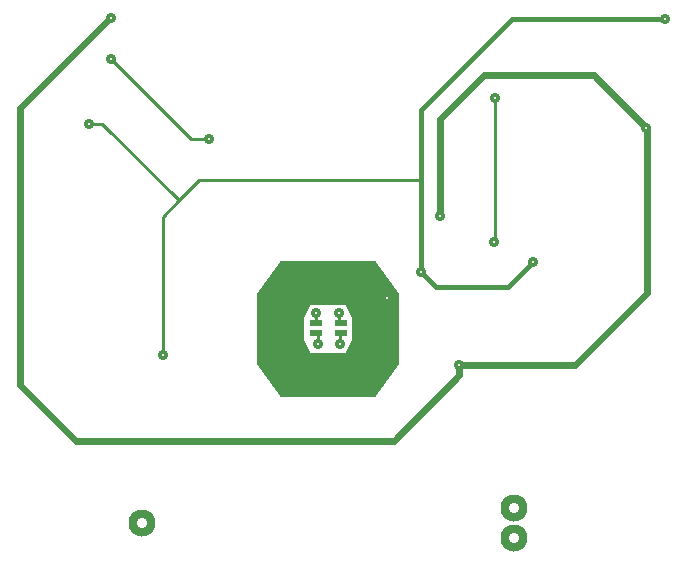
<source format=gbr>
G04 DipTrace 3.2.0.1*
G04 Âåðõíèé.gbr*
%MOMM*%
G04 #@! TF.FileFunction,Copper,L1,Top*
G04 #@! TF.Part,Single*
%AMOUTLINE3*
4,1,20,
0.0,5.75,
4.0,5.75,
6.0,3.0,
6.0,-3.0,
4.0,-5.75,
-4.0,-5.75,
-6.0,-3.0,
-6.0,3.0,
-4.0,5.75,
0.0,5.75,
0.0,2.0,
-1.5,2.0,
-2.0,1.0,
-2.0,-1.0,
-1.5,-2.0,
1.5,-2.0,
2.0,-1.0,
2.0,1.0,
1.5,2.0,
0.0,2.0,
0.0,5.75,
0*%
%ADD29C,0.9*%
%ADD30C,0.3*%
G04 #@! TA.AperFunction,Conductor*
%ADD10C,0.25*%
%ADD13C,0.4*%
%ADD15C,0.6*%
%ADD23R,1.0X0.6*%
G04 #@! TA.AperFunction,ComponentPad*
%ADD27C,2.3*%
G04 #@! TA.AperFunction,ViaPad*
%ADD31C,0.7*%
%ADD58OUTLINE3*%
%FSLAX35Y35*%
G04*
G71*
G90*
G75*
G01*
G04 Top*
%LPD*%
X-86657Y-132897D2*
D10*
Y-63343D1*
X-105000Y-45000D1*
X784663Y476047D2*
D13*
Y1250537D1*
Y1843337D1*
X1554753Y2613427D1*
X2856077D1*
X2851277Y2618227D1*
X-1400560Y-230147D2*
D10*
Y942170D1*
X-1261323Y1081407D1*
X-1092193Y1250537D1*
X784663D1*
Y476047D2*
D13*
X909947Y350763D1*
X1523710D1*
X1732730Y559783D1*
X-2024237Y1731510D2*
D10*
X-1911427D1*
X-1261323Y1081407D1*
X-100503Y125533D2*
Y49497D1*
X-105000Y45000D1*
X93320Y128610D2*
Y56680D1*
X105000Y45000D1*
X97543Y-135583D2*
Y-52457D1*
X105000Y-45000D1*
X1112181Y-312360D2*
D15*
X2088597D1*
X2696713Y295757D1*
Y1698890D1*
X2694753Y1696930D1*
X949937Y949520D2*
Y1772050D1*
X1322137Y2144250D1*
X2247433D1*
X2694753Y1696930D1*
X-1838977Y2621703D2*
X-1848113D1*
X-2609493Y1860323D1*
Y-478480D1*
X-2133453Y-954520D1*
X558134D1*
X1112181Y-400473D1*
Y-312360D1*
X1414353Y1950063D2*
D10*
Y732923D1*
X1408660Y727230D1*
X-1011493Y1603057D2*
X-1163263D1*
X-1838977Y2278773D1*
D29*
X784663Y476047D3*
D3*
X97543Y-135583D3*
X-86657Y-132897D3*
X-100503Y125533D3*
X93320Y128610D3*
X1414353Y1950063D3*
D31*
X499207Y253860D3*
D29*
X1408660Y727230D3*
X949937Y949520D3*
X1112181Y-312360D3*
X2851277Y2618227D3*
X1732730Y559783D3*
X2694753Y1696930D3*
X-1400560Y-230147D3*
X-2024237Y1731510D3*
X-1011493Y1603057D3*
X-1838977Y2621703D3*
Y2278773D3*
D23*
X-105000Y45000D3*
X105000D3*
X-105000Y-45000D3*
X105000D3*
D58*
X0Y-11000D3*
D27*
X-1575000Y-1650000D3*
X1575000Y-1523000D3*
Y-1777000D3*
G04 Top Clear*
%LPC*%
D30*
X784663Y476047D3*
D3*
X97543Y-135583D3*
X-86657Y-132897D3*
X-100503Y125533D3*
X93320Y128610D3*
X1414353Y1950063D3*
X499207Y253860D3*
X1408660Y727230D3*
X949937Y949520D3*
X1112181Y-312360D3*
X2851277Y2618227D3*
X1732730Y559783D3*
X2694753Y1696930D3*
X-1400560Y-230147D3*
X-2024237Y1731510D3*
X-1011493Y1603057D3*
X-1838977Y2621703D3*
Y2278773D3*
D29*
X-1575000Y-1650000D3*
X1575000Y-1523000D3*
Y-1777000D3*
M02*

</source>
